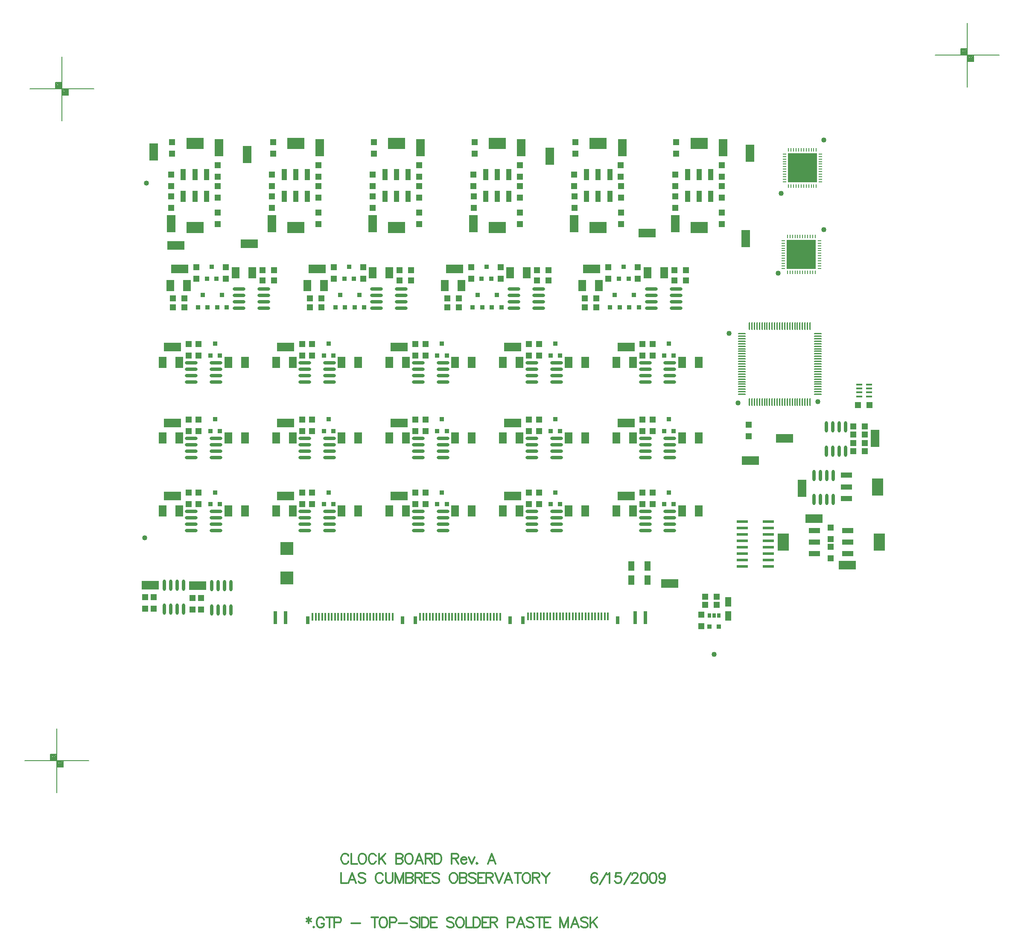
<source format=gtp>
%FSLAX23Y23*%
%MOIN*%
G70*
G01*
G75*
G04 Layer_Color=8421504*
%ADD10C,0.005*%
%ADD11C,0.040*%
%ADD12R,0.085X0.138*%
%ADD13R,0.085X0.043*%
%ADD14R,0.085X0.043*%
%ADD15R,0.060X0.086*%
%ADD16R,0.035X0.037*%
%ADD17R,0.035X0.037*%
%ADD18R,0.050X0.050*%
%ADD19O,0.098X0.028*%
%ADD20R,0.135X0.070*%
%ADD21R,0.228X0.228*%
%ADD22O,0.008X0.033*%
%ADD23O,0.033X0.008*%
%ADD24R,0.070X0.135*%
%ADD25R,0.138X0.085*%
%ADD26R,0.043X0.085*%
%ADD27R,0.043X0.085*%
%ADD28R,0.031X0.060*%
%ADD29R,0.014X0.060*%
%ADD30R,0.030X0.100*%
%ADD31R,0.050X0.050*%
%ADD32R,0.048X0.078*%
%ADD33R,0.100X0.100*%
%ADD34O,0.010X0.061*%
%ADD35O,0.061X0.010*%
%ADD36O,0.024X0.087*%
%ADD37R,0.045X0.017*%
%ADD38R,0.028X0.036*%
%ADD39R,0.036X0.036*%
%ADD40R,0.087X0.024*%
%ADD41C,0.020*%
%ADD42C,0.010*%
%ADD43C,0.012*%
%ADD44R,1.181X0.787*%
%ADD45C,0.008*%
%ADD46C,0.012*%
%ADD47C,0.012*%
%ADD48C,0.236*%
%ADD49C,0.050*%
%ADD50C,0.020*%
%ADD51C,0.026*%
%ADD52R,0.059X0.059*%
%ADD53C,0.059*%
%ADD54C,0.024*%
%ADD55C,0.040*%
%ADD56C,0.030*%
%ADD57C,0.033*%
%ADD58C,0.055*%
G04:AMPARAMS|DCode=59|XSize=70mil|YSize=70mil|CornerRadius=0mil|HoleSize=0mil|Usage=FLASHONLY|Rotation=0.000|XOffset=0mil|YOffset=0mil|HoleType=Round|Shape=Relief|Width=10mil|Gap=10mil|Entries=4|*
%AMTHD59*
7,0,0,0.070,0.050,0.010,45*
%
%ADD59THD59*%
%ADD60C,0.007*%
%ADD61C,0.045*%
G04:AMPARAMS|DCode=62|XSize=95.433mil|YSize=95.433mil|CornerRadius=0mil|HoleSize=0mil|Usage=FLASHONLY|Rotation=0.000|XOffset=0mil|YOffset=0mil|HoleType=Round|Shape=Relief|Width=10mil|Gap=10mil|Entries=4|*
%AMTHD62*
7,0,0,0.095,0.075,0.010,45*
%
%ADD62THD62*%
%ADD63R,0.094X0.102*%
%ADD64O,0.087X0.024*%
%ADD65R,0.078X0.048*%
%ADD66O,0.028X0.098*%
%ADD67R,0.075X0.063*%
%ADD68R,1.181X0.787*%
%ADD69C,0.010*%
%ADD70C,0.010*%
%ADD71C,0.024*%
%ADD72C,0.008*%
%ADD73C,0.006*%
%ADD74R,0.240X0.165*%
%ADD75R,0.020X0.082*%
D11*
X15366Y13595D02*
D03*
X15698Y14009D02*
D03*
X15343Y12972D02*
D03*
X15700Y13310D02*
D03*
X14960Y12502D02*
D03*
X15028Y11956D02*
D03*
X15653Y11968D02*
D03*
X14842Y9993D02*
D03*
X10394Y10905D02*
D03*
X10408Y13675D02*
D03*
D12*
X15381Y10869D02*
D03*
X16120Y11302D02*
D03*
X16131Y10869D02*
D03*
D13*
X15626Y10960D02*
D03*
Y10779D02*
D03*
X15876Y11393D02*
D03*
Y11212D02*
D03*
X15886Y10960D02*
D03*
Y10779D02*
D03*
D14*
X15626Y10869D02*
D03*
X15876Y11302D02*
D03*
X15886Y10869D02*
D03*
D15*
X13323Y11113D02*
D03*
X13193D02*
D03*
X13705D02*
D03*
X13835D02*
D03*
X12437D02*
D03*
X12307D02*
D03*
X12819D02*
D03*
X12949D02*
D03*
X12437Y11684D02*
D03*
X12307D02*
D03*
X12819D02*
D03*
X12949D02*
D03*
X11552Y11684D02*
D03*
X11422D02*
D03*
X11933D02*
D03*
X12063D02*
D03*
X14209Y11113D02*
D03*
X14079D02*
D03*
X14591D02*
D03*
X14721D02*
D03*
X11552Y11113D02*
D03*
X11422D02*
D03*
X11933D02*
D03*
X12063D02*
D03*
X10666D02*
D03*
X10536D02*
D03*
X11048D02*
D03*
X11178D02*
D03*
X14209Y11684D02*
D03*
X14079D02*
D03*
X14591D02*
D03*
X14721D02*
D03*
X13323D02*
D03*
X13193D02*
D03*
X13705D02*
D03*
X13835D02*
D03*
X10666D02*
D03*
X10536D02*
D03*
X11048D02*
D03*
X11178D02*
D03*
X10594Y12873D02*
D03*
X10724D02*
D03*
X11104Y12973D02*
D03*
X11234D02*
D03*
X11178Y12275D02*
D03*
X11048D02*
D03*
X10536D02*
D03*
X10666D02*
D03*
X12949D02*
D03*
X12819D02*
D03*
X12307D02*
D03*
X12437D02*
D03*
X13835D02*
D03*
X13705D02*
D03*
X13193D02*
D03*
X13323D02*
D03*
X12739Y12873D02*
D03*
X12869D02*
D03*
X13249Y12973D02*
D03*
X13379D02*
D03*
X13812Y12873D02*
D03*
X13942D02*
D03*
X14322Y12973D02*
D03*
X14452D02*
D03*
X12063Y12275D02*
D03*
X11933D02*
D03*
X11422D02*
D03*
X11552D02*
D03*
X14721D02*
D03*
X14591D02*
D03*
X14079D02*
D03*
X14209D02*
D03*
X12307Y12973D02*
D03*
X12177D02*
D03*
X11797Y12873D02*
D03*
X11667D02*
D03*
D16*
X13603Y11258D02*
D03*
X13565Y11166D02*
D03*
X12717Y11258D02*
D03*
X12680Y11166D02*
D03*
X12717Y11829D02*
D03*
X12680Y11737D02*
D03*
X11831Y11829D02*
D03*
X11794Y11737D02*
D03*
X14489Y11258D02*
D03*
X14451Y11166D02*
D03*
X11831Y11258D02*
D03*
X11794Y11166D02*
D03*
X10945Y11258D02*
D03*
X10908Y11166D02*
D03*
X14489Y11829D02*
D03*
X14451Y11737D02*
D03*
X13603Y11829D02*
D03*
X13565Y11737D02*
D03*
X10945Y11829D02*
D03*
X10908Y11737D02*
D03*
X10999Y12802D02*
D03*
X10961Y12704D02*
D03*
X10849Y12802D02*
D03*
X10811Y12704D02*
D03*
X10881Y12927D02*
D03*
X10919Y13019D02*
D03*
X12072Y12802D02*
D03*
X12034Y12704D02*
D03*
X11922Y12802D02*
D03*
X11884Y12704D02*
D03*
X11954Y12927D02*
D03*
X11992Y13019D02*
D03*
X10908Y12327D02*
D03*
X10945Y12420D02*
D03*
X12680Y12327D02*
D03*
X12717Y12420D02*
D03*
X13565Y12327D02*
D03*
X13603Y12420D02*
D03*
X13144Y12802D02*
D03*
X13107Y12704D02*
D03*
X12994Y12802D02*
D03*
X12957Y12704D02*
D03*
X13027Y12927D02*
D03*
X13064Y13019D02*
D03*
X14217Y12802D02*
D03*
X14180Y12704D02*
D03*
X14067Y12802D02*
D03*
X14030Y12704D02*
D03*
X14100Y12927D02*
D03*
X14137Y13019D02*
D03*
X11794Y12327D02*
D03*
X11831Y12420D02*
D03*
X14451Y12327D02*
D03*
X14489Y12420D02*
D03*
D17*
X13640Y11166D02*
D03*
X12754D02*
D03*
X12754Y11737D02*
D03*
X11869Y11737D02*
D03*
X14526Y11166D02*
D03*
X11869D02*
D03*
X10983D02*
D03*
X14526Y11737D02*
D03*
X13640D02*
D03*
X10983D02*
D03*
X11036Y12704D02*
D03*
X10886D02*
D03*
X10956Y12927D02*
D03*
X12109Y12704D02*
D03*
X11959D02*
D03*
X12029Y12927D02*
D03*
X10983Y12327D02*
D03*
X12754D02*
D03*
X13640D02*
D03*
X13182Y12704D02*
D03*
X13032D02*
D03*
X13102Y12927D02*
D03*
X14255Y12704D02*
D03*
X14105D02*
D03*
X14175Y12927D02*
D03*
X11869Y12327D02*
D03*
X14526D02*
D03*
D18*
X13396Y11167D02*
D03*
Y11257D02*
D03*
X13475Y11167D02*
D03*
Y11257D02*
D03*
X12510Y11167D02*
D03*
Y11257D02*
D03*
X12589Y11167D02*
D03*
Y11257D02*
D03*
X12510Y11738D02*
D03*
Y11828D02*
D03*
X12589Y11738D02*
D03*
Y11828D02*
D03*
X11624Y11738D02*
D03*
Y11828D02*
D03*
X11703Y11738D02*
D03*
Y11828D02*
D03*
X14282Y11167D02*
D03*
Y11257D02*
D03*
X14361Y11167D02*
D03*
Y11257D02*
D03*
X11624Y11167D02*
D03*
Y11257D02*
D03*
X11703Y11167D02*
D03*
Y11257D02*
D03*
X10739Y11167D02*
D03*
Y11257D02*
D03*
X10817Y11167D02*
D03*
Y11257D02*
D03*
X14282Y11738D02*
D03*
Y11828D02*
D03*
X14361Y11738D02*
D03*
Y11828D02*
D03*
X13396Y11738D02*
D03*
Y11828D02*
D03*
X13475Y11738D02*
D03*
Y11828D02*
D03*
X10739Y11738D02*
D03*
Y11828D02*
D03*
X10817Y11738D02*
D03*
Y11828D02*
D03*
X10400Y10350D02*
D03*
Y10440D02*
D03*
X10465D02*
D03*
Y10350D02*
D03*
X10770Y10345D02*
D03*
Y10435D02*
D03*
X10835Y10435D02*
D03*
Y10345D02*
D03*
X15753Y10894D02*
D03*
Y10984D02*
D03*
Y10744D02*
D03*
Y10834D02*
D03*
X14741Y10215D02*
D03*
Y10305D02*
D03*
X15112Y11787D02*
D03*
Y11697D02*
D03*
X11029Y13018D02*
D03*
Y12928D02*
D03*
X10799Y13018D02*
D03*
Y12928D02*
D03*
X12102Y13018D02*
D03*
Y12928D02*
D03*
X11872Y13018D02*
D03*
Y12928D02*
D03*
X10817Y12418D02*
D03*
Y12328D02*
D03*
X10739Y12418D02*
D03*
Y12328D02*
D03*
X10965Y13354D02*
D03*
Y13444D02*
D03*
X10602Y13572D02*
D03*
Y13482D02*
D03*
X10965Y13650D02*
D03*
Y13560D02*
D03*
X10964Y13725D02*
D03*
Y13815D02*
D03*
X10601Y13739D02*
D03*
Y13649D02*
D03*
X10610Y13905D02*
D03*
Y13995D02*
D03*
X11752Y13354D02*
D03*
Y13444D02*
D03*
X11389Y13572D02*
D03*
Y13482D02*
D03*
X11752Y13650D02*
D03*
Y13560D02*
D03*
X11751Y13725D02*
D03*
Y13815D02*
D03*
X11388Y13739D02*
D03*
Y13649D02*
D03*
X11398Y13905D02*
D03*
Y13995D02*
D03*
X12540Y13354D02*
D03*
Y13444D02*
D03*
X12177Y13572D02*
D03*
Y13482D02*
D03*
X12540Y13650D02*
D03*
Y13560D02*
D03*
X12539Y13725D02*
D03*
Y13815D02*
D03*
X12175Y13739D02*
D03*
Y13649D02*
D03*
X12185Y13905D02*
D03*
Y13995D02*
D03*
X13327Y13354D02*
D03*
Y13444D02*
D03*
X12964Y13572D02*
D03*
Y13482D02*
D03*
X13327Y13650D02*
D03*
Y13560D02*
D03*
X13326Y13725D02*
D03*
Y13815D02*
D03*
X12963Y13739D02*
D03*
Y13649D02*
D03*
X12973Y13905D02*
D03*
Y13995D02*
D03*
X14114Y13354D02*
D03*
Y13444D02*
D03*
X13752Y13572D02*
D03*
Y13482D02*
D03*
X14114Y13650D02*
D03*
Y13560D02*
D03*
X14113Y13725D02*
D03*
Y13815D02*
D03*
X13750Y13739D02*
D03*
Y13649D02*
D03*
X13760Y13905D02*
D03*
Y13995D02*
D03*
X14902Y13650D02*
D03*
Y13560D02*
D03*
X14901Y13725D02*
D03*
Y13815D02*
D03*
X14538Y13739D02*
D03*
Y13649D02*
D03*
X14547Y13905D02*
D03*
Y13995D02*
D03*
X12589Y12418D02*
D03*
Y12328D02*
D03*
X12510Y12418D02*
D03*
Y12328D02*
D03*
X13475Y12418D02*
D03*
Y12328D02*
D03*
X13396Y12418D02*
D03*
Y12328D02*
D03*
X13174Y13018D02*
D03*
Y12928D02*
D03*
X12944Y13018D02*
D03*
Y12928D02*
D03*
X14247Y13018D02*
D03*
Y12928D02*
D03*
X14017Y13018D02*
D03*
Y12928D02*
D03*
X14902Y13444D02*
D03*
Y13354D02*
D03*
X14539Y13482D02*
D03*
Y13572D02*
D03*
X11703Y12418D02*
D03*
Y12328D02*
D03*
X11624Y12418D02*
D03*
Y12328D02*
D03*
X14361Y12418D02*
D03*
Y12328D02*
D03*
X14282Y12418D02*
D03*
Y12328D02*
D03*
D19*
X13611Y10960D02*
D03*
Y11010D02*
D03*
Y11060D02*
D03*
Y11110D02*
D03*
X13418Y10960D02*
D03*
Y11010D02*
D03*
Y11060D02*
D03*
Y11110D02*
D03*
X12725Y10960D02*
D03*
Y11010D02*
D03*
Y11060D02*
D03*
Y11110D02*
D03*
X12532Y10960D02*
D03*
Y11010D02*
D03*
Y11060D02*
D03*
Y11110D02*
D03*
X12725Y11531D02*
D03*
Y11581D02*
D03*
Y11631D02*
D03*
Y11681D02*
D03*
X12532Y11531D02*
D03*
Y11581D02*
D03*
Y11631D02*
D03*
Y11681D02*
D03*
X11839Y11531D02*
D03*
Y11581D02*
D03*
Y11631D02*
D03*
Y11681D02*
D03*
X11646Y11531D02*
D03*
Y11581D02*
D03*
Y11631D02*
D03*
Y11681D02*
D03*
X14496Y10960D02*
D03*
Y11010D02*
D03*
Y11060D02*
D03*
Y11110D02*
D03*
X14304Y10960D02*
D03*
Y11010D02*
D03*
Y11060D02*
D03*
Y11110D02*
D03*
X11839Y10960D02*
D03*
Y11010D02*
D03*
Y11060D02*
D03*
Y11110D02*
D03*
X11646Y10960D02*
D03*
Y11010D02*
D03*
Y11060D02*
D03*
Y11110D02*
D03*
X10953Y10960D02*
D03*
Y11010D02*
D03*
Y11060D02*
D03*
Y11110D02*
D03*
X10760Y10960D02*
D03*
Y11010D02*
D03*
Y11060D02*
D03*
Y11110D02*
D03*
X14496Y11531D02*
D03*
Y11581D02*
D03*
Y11631D02*
D03*
Y11681D02*
D03*
X14304Y11531D02*
D03*
Y11581D02*
D03*
Y11631D02*
D03*
Y11681D02*
D03*
X13611Y11531D02*
D03*
Y11581D02*
D03*
Y11631D02*
D03*
Y11681D02*
D03*
X13418Y11531D02*
D03*
Y11581D02*
D03*
Y11631D02*
D03*
Y11681D02*
D03*
X10953Y11531D02*
D03*
Y11581D02*
D03*
Y11631D02*
D03*
Y11681D02*
D03*
X10760Y11531D02*
D03*
Y11581D02*
D03*
Y11631D02*
D03*
Y11681D02*
D03*
X11132Y12848D02*
D03*
Y12798D02*
D03*
Y12748D02*
D03*
Y12698D02*
D03*
X11325Y12848D02*
D03*
Y12798D02*
D03*
Y12748D02*
D03*
Y12698D02*
D03*
X12205Y12848D02*
D03*
Y12798D02*
D03*
Y12748D02*
D03*
Y12698D02*
D03*
X12398Y12848D02*
D03*
Y12798D02*
D03*
Y12748D02*
D03*
Y12698D02*
D03*
X10760Y12271D02*
D03*
Y12221D02*
D03*
Y12171D02*
D03*
Y12121D02*
D03*
X10953Y12271D02*
D03*
Y12221D02*
D03*
Y12171D02*
D03*
Y12121D02*
D03*
X12532Y12271D02*
D03*
Y12221D02*
D03*
Y12171D02*
D03*
Y12121D02*
D03*
X12725Y12271D02*
D03*
Y12221D02*
D03*
Y12171D02*
D03*
Y12121D02*
D03*
X13418Y12271D02*
D03*
Y12221D02*
D03*
Y12171D02*
D03*
Y12121D02*
D03*
X13611Y12271D02*
D03*
Y12221D02*
D03*
Y12171D02*
D03*
Y12121D02*
D03*
X13278Y12848D02*
D03*
Y12798D02*
D03*
Y12748D02*
D03*
Y12698D02*
D03*
X13471Y12848D02*
D03*
Y12798D02*
D03*
Y12748D02*
D03*
Y12698D02*
D03*
X14351Y12848D02*
D03*
Y12798D02*
D03*
Y12748D02*
D03*
Y12698D02*
D03*
X14544Y12848D02*
D03*
Y12798D02*
D03*
Y12748D02*
D03*
Y12698D02*
D03*
X11646Y12271D02*
D03*
Y12221D02*
D03*
Y12171D02*
D03*
Y12121D02*
D03*
X11839Y12271D02*
D03*
Y12221D02*
D03*
Y12171D02*
D03*
Y12121D02*
D03*
X14304Y12271D02*
D03*
Y12221D02*
D03*
Y12171D02*
D03*
Y12121D02*
D03*
X14496Y12271D02*
D03*
Y12221D02*
D03*
Y12171D02*
D03*
Y12121D02*
D03*
D20*
X13268Y11232D02*
D03*
X12382D02*
D03*
Y11802D02*
D03*
X11496Y11802D02*
D03*
X14154Y11232D02*
D03*
X11496D02*
D03*
X10611D02*
D03*
X14154Y11802D02*
D03*
X13268D02*
D03*
X10611D02*
D03*
X13887Y13003D02*
D03*
X12814D02*
D03*
X13268Y12393D02*
D03*
X12382D02*
D03*
X10611D02*
D03*
X11742Y13003D02*
D03*
X10669D02*
D03*
X15623Y11054D02*
D03*
X15883Y10689D02*
D03*
X10440Y10535D02*
D03*
X10810Y10530D02*
D03*
X11496Y12393D02*
D03*
X14154D02*
D03*
X10640Y13188D02*
D03*
X14318Y13283D02*
D03*
X15127Y11506D02*
D03*
X15392Y11681D02*
D03*
X14495Y10547D02*
D03*
X11213Y13201D02*
D03*
D21*
X15532Y13793D02*
D03*
X15523Y13116D02*
D03*
D22*
X15423Y13934D02*
D03*
X15443D02*
D03*
X15463D02*
D03*
X15483D02*
D03*
X15502D02*
D03*
X15522D02*
D03*
X15542D02*
D03*
X15561D02*
D03*
X15581D02*
D03*
X15601D02*
D03*
X15620D02*
D03*
X15640D02*
D03*
Y13652D02*
D03*
X15620D02*
D03*
X15581D02*
D03*
X15561D02*
D03*
X15542D02*
D03*
X15522D02*
D03*
X15502D02*
D03*
X15483D02*
D03*
X15463D02*
D03*
X15443D02*
D03*
X15423D02*
D03*
X15414Y13257D02*
D03*
X15434D02*
D03*
X15454D02*
D03*
X15474D02*
D03*
X15493D02*
D03*
X15513D02*
D03*
X15533D02*
D03*
X15552D02*
D03*
X15572D02*
D03*
X15592D02*
D03*
X15611D02*
D03*
X15631D02*
D03*
Y12976D02*
D03*
X15611D02*
D03*
X15592D02*
D03*
X15572D02*
D03*
X15552D02*
D03*
X15533D02*
D03*
X15513D02*
D03*
X15493D02*
D03*
X15474D02*
D03*
X15454D02*
D03*
X15434D02*
D03*
X15414D02*
D03*
X15601Y13652D02*
D03*
D23*
X15673Y13901D02*
D03*
Y13882D02*
D03*
Y13862D02*
D03*
Y13842D02*
D03*
Y13823D02*
D03*
Y13803D02*
D03*
Y13783D02*
D03*
Y13763D02*
D03*
Y13744D02*
D03*
Y13724D02*
D03*
Y13704D02*
D03*
Y13685D02*
D03*
X15391Y13704D02*
D03*
Y13724D02*
D03*
Y13744D02*
D03*
Y13763D02*
D03*
Y13783D02*
D03*
Y13803D02*
D03*
Y13823D02*
D03*
Y13842D02*
D03*
Y13862D02*
D03*
Y13882D02*
D03*
Y13901D02*
D03*
X15664Y13225D02*
D03*
Y13205D02*
D03*
Y13185D02*
D03*
Y13165D02*
D03*
Y13146D02*
D03*
Y13126D02*
D03*
Y13106D02*
D03*
Y13087D02*
D03*
Y13067D02*
D03*
Y13047D02*
D03*
Y13028D02*
D03*
Y13008D02*
D03*
X15382D02*
D03*
Y13028D02*
D03*
Y13047D02*
D03*
Y13067D02*
D03*
Y13087D02*
D03*
Y13106D02*
D03*
Y13126D02*
D03*
Y13146D02*
D03*
Y13165D02*
D03*
Y13185D02*
D03*
Y13205D02*
D03*
Y13225D02*
D03*
X15391Y13685D02*
D03*
D24*
X13337Y13950D02*
D03*
X11762D02*
D03*
X10975D02*
D03*
X12549D02*
D03*
X14124D02*
D03*
X14912D02*
D03*
X14538Y13358D02*
D03*
X13750D02*
D03*
X12963D02*
D03*
X12175D02*
D03*
X11388D02*
D03*
X10601D02*
D03*
X16100Y11680D02*
D03*
X15528Y11292D02*
D03*
X15090Y13240D02*
D03*
X11197Y13896D02*
D03*
X13558Y13885D02*
D03*
X15122Y13907D02*
D03*
X10465Y13918D02*
D03*
D25*
X14725Y13983D02*
D03*
X10788Y13326D02*
D03*
Y13983D02*
D03*
X11575Y13326D02*
D03*
Y13983D02*
D03*
X12362Y13326D02*
D03*
Y13983D02*
D03*
X13150Y13326D02*
D03*
Y13983D02*
D03*
X13937Y13326D02*
D03*
Y13983D02*
D03*
X14725Y13326D02*
D03*
D26*
X14815Y13739D02*
D03*
X14634D02*
D03*
X10878Y13570D02*
D03*
X10697D02*
D03*
Y13739D02*
D03*
X10878D02*
D03*
X11666Y13570D02*
D03*
X11484D02*
D03*
Y13739D02*
D03*
X11666D02*
D03*
X12453Y13570D02*
D03*
X12272D02*
D03*
Y13739D02*
D03*
X12453D02*
D03*
X13240Y13570D02*
D03*
X13059D02*
D03*
Y13739D02*
D03*
X13240D02*
D03*
X14028Y13570D02*
D03*
X13847D02*
D03*
Y13739D02*
D03*
X14028D02*
D03*
X14815Y13570D02*
D03*
X14634D02*
D03*
D27*
X14725Y13739D02*
D03*
X10788Y13570D02*
D03*
Y13739D02*
D03*
X11575Y13570D02*
D03*
Y13739D02*
D03*
X12362Y13570D02*
D03*
Y13739D02*
D03*
X13150Y13570D02*
D03*
Y13739D02*
D03*
X13937Y13570D02*
D03*
Y13739D02*
D03*
X14725Y13570D02*
D03*
D28*
X11670Y10261D02*
D03*
X12410D02*
D03*
X12510D02*
D03*
X13250D02*
D03*
X13350D02*
D03*
X14090D02*
D03*
D29*
X14013Y10289D02*
D03*
X13988D02*
D03*
X13963D02*
D03*
X13938D02*
D03*
X13913D02*
D03*
X13888D02*
D03*
X13863D02*
D03*
X13838D02*
D03*
X13813D02*
D03*
X13788D02*
D03*
X13763D02*
D03*
X13738D02*
D03*
X13713D02*
D03*
X13688D02*
D03*
X13663D02*
D03*
X13638D02*
D03*
X13613D02*
D03*
X13588D02*
D03*
X13563D02*
D03*
X13538D02*
D03*
X13513D02*
D03*
X13488D02*
D03*
X13463D02*
D03*
X13438D02*
D03*
X13413D02*
D03*
X13388D02*
D03*
X13172Y10288D02*
D03*
X13147D02*
D03*
X13122D02*
D03*
X13097D02*
D03*
X13072D02*
D03*
X13047D02*
D03*
X13022D02*
D03*
X12997D02*
D03*
X12972D02*
D03*
X12947D02*
D03*
X12922D02*
D03*
X12897D02*
D03*
X12872D02*
D03*
X12847D02*
D03*
X12822D02*
D03*
X12797D02*
D03*
X12772D02*
D03*
X12747D02*
D03*
X12722D02*
D03*
X12697D02*
D03*
X12672D02*
D03*
X12647D02*
D03*
X12622D02*
D03*
X12597D02*
D03*
X12572D02*
D03*
X12547D02*
D03*
X12332D02*
D03*
X12307D02*
D03*
X12282D02*
D03*
X12257D02*
D03*
X12232D02*
D03*
X12207D02*
D03*
X12182D02*
D03*
X12157D02*
D03*
X12132D02*
D03*
X12107D02*
D03*
X12082D02*
D03*
X12057D02*
D03*
X12032D02*
D03*
X12007D02*
D03*
X11982D02*
D03*
X11957D02*
D03*
X11932D02*
D03*
X11907D02*
D03*
X11882D02*
D03*
X11857D02*
D03*
X11832D02*
D03*
X11807D02*
D03*
X11782D02*
D03*
X11757D02*
D03*
X11732D02*
D03*
X11707D02*
D03*
D30*
X11416Y10279D02*
D03*
X11495D02*
D03*
X14226Y10279D02*
D03*
X14305D02*
D03*
D31*
X16020Y11775D02*
D03*
X15930D02*
D03*
X15930Y11580D02*
D03*
X16020D02*
D03*
X16020Y11645D02*
D03*
X15930D02*
D03*
X16020Y11710D02*
D03*
X15930D02*
D03*
X16055Y11942D02*
D03*
X15965D02*
D03*
X11314Y12913D02*
D03*
X11404D02*
D03*
X10704Y12773D02*
D03*
X10614D02*
D03*
X11404Y12993D02*
D03*
X11314D02*
D03*
X10614Y12703D02*
D03*
X10704D02*
D03*
X12387Y12913D02*
D03*
X12477D02*
D03*
X11777Y12773D02*
D03*
X11687D02*
D03*
X13459Y12913D02*
D03*
X13549D02*
D03*
X12849Y12773D02*
D03*
X12759D02*
D03*
X13549Y12993D02*
D03*
X13459D02*
D03*
X12759Y12703D02*
D03*
X12849D02*
D03*
X14532Y12913D02*
D03*
X14622D02*
D03*
X13922Y12773D02*
D03*
X13832D02*
D03*
X14622Y12993D02*
D03*
X14532D02*
D03*
X13832Y12703D02*
D03*
X13922D02*
D03*
X11777D02*
D03*
X11687D02*
D03*
X12387Y12993D02*
D03*
X12477D02*
D03*
X14861Y10445D02*
D03*
X14771D02*
D03*
X14861Y10380D02*
D03*
X14771D02*
D03*
D32*
X14951Y10405D02*
D03*
Y10295D02*
D03*
X14322Y10574D02*
D03*
Y10684D02*
D03*
X14194Y10574D02*
D03*
Y10684D02*
D03*
D33*
X11506Y10821D02*
D03*
Y10591D02*
D03*
D34*
X15119Y12556D02*
D03*
X15139D02*
D03*
X15159D02*
D03*
X15179D02*
D03*
X15198D02*
D03*
X15218D02*
D03*
X15238D02*
D03*
X15257D02*
D03*
X15277D02*
D03*
X15297D02*
D03*
X15316D02*
D03*
X15336D02*
D03*
X15356D02*
D03*
X15375D02*
D03*
X15395D02*
D03*
X15415D02*
D03*
X15434D02*
D03*
X15454D02*
D03*
X15474D02*
D03*
X15493D02*
D03*
X15513D02*
D03*
X15533D02*
D03*
X15553D02*
D03*
X15572D02*
D03*
X15592D02*
D03*
Y11964D02*
D03*
X15572D02*
D03*
X15553D02*
D03*
X15533D02*
D03*
X15513D02*
D03*
X15493D02*
D03*
X15474D02*
D03*
X15454D02*
D03*
X15434D02*
D03*
X15415D02*
D03*
X15395D02*
D03*
X15375D02*
D03*
X15356D02*
D03*
X15336D02*
D03*
X15316D02*
D03*
X15297D02*
D03*
X15277D02*
D03*
X15257D02*
D03*
X15238D02*
D03*
X15218D02*
D03*
X15198D02*
D03*
X15179D02*
D03*
X15159D02*
D03*
X15139D02*
D03*
X15119D02*
D03*
D35*
X15652Y12496D02*
D03*
Y12477D02*
D03*
Y12457D02*
D03*
Y12437D02*
D03*
Y12418D02*
D03*
Y12398D02*
D03*
Y12378D02*
D03*
Y12359D02*
D03*
Y12339D02*
D03*
Y12319D02*
D03*
Y12300D02*
D03*
Y12280D02*
D03*
Y12260D02*
D03*
Y12240D02*
D03*
Y12221D02*
D03*
Y12201D02*
D03*
Y12181D02*
D03*
Y12162D02*
D03*
Y12142D02*
D03*
Y12122D02*
D03*
Y12103D02*
D03*
Y12083D02*
D03*
Y12063D02*
D03*
Y12044D02*
D03*
Y12024D02*
D03*
X15059D02*
D03*
Y12044D02*
D03*
Y12063D02*
D03*
Y12083D02*
D03*
Y12103D02*
D03*
Y12122D02*
D03*
Y12142D02*
D03*
Y12162D02*
D03*
Y12181D02*
D03*
Y12201D02*
D03*
Y12221D02*
D03*
Y12240D02*
D03*
Y12260D02*
D03*
Y12280D02*
D03*
Y12300D02*
D03*
Y12319D02*
D03*
Y12339D02*
D03*
Y12359D02*
D03*
Y12378D02*
D03*
Y12398D02*
D03*
Y12418D02*
D03*
Y12437D02*
D03*
Y12457D02*
D03*
Y12477D02*
D03*
Y12496D02*
D03*
D36*
X10920Y10341D02*
D03*
X10970D02*
D03*
X11020D02*
D03*
X11070D02*
D03*
X10920Y10530D02*
D03*
X10970D02*
D03*
X11020D02*
D03*
X11070D02*
D03*
X15720Y11580D02*
D03*
X15770D02*
D03*
X15820D02*
D03*
X15870D02*
D03*
X15720Y11769D02*
D03*
X15770D02*
D03*
X15820D02*
D03*
X15870D02*
D03*
X15623Y11203D02*
D03*
X15673D02*
D03*
X15723D02*
D03*
X15773D02*
D03*
X15623Y11392D02*
D03*
X15673D02*
D03*
X15723D02*
D03*
X15773D02*
D03*
X10550Y10346D02*
D03*
X10600D02*
D03*
X10650D02*
D03*
X10700D02*
D03*
X10550Y10535D02*
D03*
X10600D02*
D03*
X10650D02*
D03*
X10700D02*
D03*
D37*
X16051Y12102D02*
D03*
Y12071D02*
D03*
Y12039D02*
D03*
Y12008D02*
D03*
X15974D02*
D03*
Y12039D02*
D03*
Y12071D02*
D03*
Y12102D02*
D03*
D38*
X14878Y10298D02*
D03*
X14804D02*
D03*
X14841D02*
D03*
D39*
X14878Y10212D02*
D03*
X14804D02*
D03*
D40*
X15267Y10680D02*
D03*
Y10730D02*
D03*
Y10780D02*
D03*
Y10830D02*
D03*
Y10880D02*
D03*
Y10930D02*
D03*
Y10980D02*
D03*
Y11030D02*
D03*
X15062Y10680D02*
D03*
Y10730D02*
D03*
Y10780D02*
D03*
Y10830D02*
D03*
Y10880D02*
D03*
Y10930D02*
D03*
Y10980D02*
D03*
Y11030D02*
D03*
D45*
X9498Y14412D02*
X9998D01*
X9748Y14162D02*
Y14662D01*
X9698Y14412D02*
Y14462D01*
X9748D01*
X9798Y14362D02*
Y14412D01*
X9748Y14362D02*
X9798D01*
X9753Y14407D02*
X9793D01*
Y14367D02*
Y14407D01*
X9753Y14367D02*
X9793D01*
X9753D02*
Y14407D01*
X9758Y14402D02*
X9788D01*
Y14372D02*
Y14402D01*
X9758Y14372D02*
X9788D01*
X9758D02*
Y14397D01*
X9763D02*
X9783D01*
Y14377D02*
Y14397D01*
X9763Y14377D02*
X9783D01*
X9763D02*
Y14392D01*
X9768D02*
X9778D01*
Y14382D02*
Y14392D01*
X9768Y14382D02*
X9778D01*
X9768D02*
Y14392D01*
Y14387D02*
X9778D01*
X9703Y14457D02*
X9743D01*
Y14417D02*
Y14457D01*
X9703Y14417D02*
X9743D01*
X9703D02*
Y14457D01*
X9708Y14452D02*
X9738D01*
Y14422D02*
Y14452D01*
X9708Y14422D02*
X9738D01*
X9708D02*
Y14447D01*
X9713D02*
X9733D01*
Y14427D02*
Y14447D01*
X9713Y14427D02*
X9733D01*
X9713D02*
Y14442D01*
X9718D02*
X9728D01*
Y14432D02*
Y14442D01*
X9718Y14432D02*
X9728D01*
X9718D02*
Y14442D01*
Y14437D02*
X9728D01*
X9680Y9190D02*
X9690D01*
X9680Y9185D02*
Y9195D01*
Y9185D02*
X9690D01*
Y9195D01*
X9680D02*
X9690D01*
X9675Y9180D02*
Y9195D01*
Y9180D02*
X9695D01*
Y9200D01*
X9675D02*
X9695D01*
X9670Y9175D02*
Y9200D01*
Y9175D02*
X9700D01*
Y9205D01*
X9670D02*
X9700D01*
X9665Y9170D02*
Y9210D01*
Y9170D02*
X9705D01*
Y9210D01*
X9665D02*
X9705D01*
X9730Y9140D02*
X9740D01*
X9730Y9135D02*
Y9145D01*
Y9135D02*
X9740D01*
Y9145D01*
X9730D02*
X9740D01*
X9725Y9130D02*
Y9145D01*
Y9130D02*
X9745D01*
Y9150D01*
X9725D02*
X9745D01*
X9720Y9125D02*
Y9150D01*
Y9125D02*
X9750D01*
Y9155D01*
X9720D02*
X9750D01*
X9715Y9120D02*
Y9160D01*
Y9120D02*
X9755D01*
Y9160D01*
X9715D02*
X9755D01*
X9710Y9115D02*
X9760D01*
Y9165D01*
X9660Y9215D02*
X9710D01*
X9660Y9165D02*
Y9215D01*
X9710Y8915D02*
Y9415D01*
X9460Y9165D02*
X9960D01*
X16790Y14700D02*
X16800D01*
X16790Y14695D02*
Y14705D01*
Y14695D02*
X16800D01*
Y14705D01*
X16790D02*
X16800D01*
X16785Y14690D02*
Y14705D01*
Y14690D02*
X16805D01*
Y14710D01*
X16785D02*
X16805D01*
X16780Y14685D02*
Y14710D01*
Y14685D02*
X16810D01*
Y14715D01*
X16780D02*
X16810D01*
X16775Y14680D02*
Y14720D01*
Y14680D02*
X16815D01*
Y14720D01*
X16775D02*
X16815D01*
X16840Y14650D02*
X16850D01*
X16840Y14645D02*
Y14655D01*
Y14645D02*
X16850D01*
Y14655D01*
X16840D02*
X16850D01*
X16835Y14640D02*
Y14655D01*
Y14640D02*
X16855D01*
Y14660D01*
X16835D02*
X16855D01*
X16830Y14635D02*
Y14660D01*
Y14635D02*
X16860D01*
Y14665D01*
X16830D02*
X16860D01*
X16825Y14630D02*
Y14670D01*
Y14630D02*
X16865D01*
Y14670D01*
X16825D02*
X16865D01*
X16820Y14625D02*
X16870D01*
Y14675D01*
X16770Y14725D02*
X16820D01*
X16770Y14675D02*
Y14725D01*
X16820Y14425D02*
Y14925D01*
X16570Y14675D02*
X17070D01*
D46*
X11677Y7940D02*
Y7895D01*
X11658Y7929D02*
X11696Y7906D01*
Y7929D02*
X11658Y7906D01*
X11717Y7868D02*
X11713Y7864D01*
X11717Y7860D01*
X11720Y7864D01*
X11717Y7868D01*
X11795Y7921D02*
X11791Y7929D01*
X11784Y7937D01*
X11776Y7940D01*
X11761D01*
X11753Y7937D01*
X11745Y7929D01*
X11742Y7921D01*
X11738Y7910D01*
Y7891D01*
X11742Y7880D01*
X11745Y7872D01*
X11753Y7864D01*
X11761Y7860D01*
X11776D01*
X11784Y7864D01*
X11791Y7872D01*
X11795Y7880D01*
Y7891D01*
X11776D02*
X11795D01*
X11840Y7940D02*
Y7860D01*
X11813Y7940D02*
X11867D01*
X11876Y7899D02*
X11910D01*
X11922Y7902D01*
X11926Y7906D01*
X11929Y7914D01*
Y7925D01*
X11926Y7933D01*
X11922Y7937D01*
X11910Y7940D01*
X11876D01*
Y7860D01*
X12010Y7895D02*
X12079D01*
X12192Y7940D02*
Y7860D01*
X12165Y7940D02*
X12219D01*
X12251D02*
X12243Y7937D01*
X12236Y7929D01*
X12232Y7921D01*
X12228Y7910D01*
Y7891D01*
X12232Y7880D01*
X12236Y7872D01*
X12243Y7864D01*
X12251Y7860D01*
X12266D01*
X12274Y7864D01*
X12281Y7872D01*
X12285Y7880D01*
X12289Y7891D01*
Y7910D01*
X12285Y7921D01*
X12281Y7929D01*
X12274Y7937D01*
X12266Y7940D01*
X12251D01*
X12308Y7899D02*
X12342D01*
X12353Y7902D01*
X12357Y7906D01*
X12361Y7914D01*
Y7925D01*
X12357Y7933D01*
X12353Y7937D01*
X12342Y7940D01*
X12308D01*
Y7860D01*
X12379Y7895D02*
X12447D01*
X12524Y7929D02*
X12517Y7937D01*
X12505Y7940D01*
X12490D01*
X12479Y7937D01*
X12471Y7929D01*
Y7921D01*
X12475Y7914D01*
X12479Y7910D01*
X12486Y7906D01*
X12509Y7899D01*
X12517Y7895D01*
X12521Y7891D01*
X12524Y7883D01*
Y7872D01*
X12517Y7864D01*
X12505Y7860D01*
X12490D01*
X12479Y7864D01*
X12471Y7872D01*
X12542Y7940D02*
Y7860D01*
X12559Y7940D02*
Y7860D01*
Y7940D02*
X12586D01*
X12597Y7937D01*
X12605Y7929D01*
X12609Y7921D01*
X12612Y7910D01*
Y7891D01*
X12609Y7880D01*
X12605Y7872D01*
X12597Y7864D01*
X12586Y7860D01*
X12559D01*
X12680Y7940D02*
X12630D01*
Y7860D01*
X12680D01*
X12630Y7902D02*
X12661D01*
X12809Y7929D02*
X12802Y7937D01*
X12790Y7940D01*
X12775D01*
X12764Y7937D01*
X12756Y7929D01*
Y7921D01*
X12760Y7914D01*
X12764Y7910D01*
X12771Y7906D01*
X12794Y7899D01*
X12802Y7895D01*
X12805Y7891D01*
X12809Y7883D01*
Y7872D01*
X12802Y7864D01*
X12790Y7860D01*
X12775D01*
X12764Y7864D01*
X12756Y7872D01*
X12850Y7940D02*
X12842Y7937D01*
X12835Y7929D01*
X12831Y7921D01*
X12827Y7910D01*
Y7891D01*
X12831Y7880D01*
X12835Y7872D01*
X12842Y7864D01*
X12850Y7860D01*
X12865D01*
X12873Y7864D01*
X12880Y7872D01*
X12884Y7880D01*
X12888Y7891D01*
Y7910D01*
X12884Y7921D01*
X12880Y7929D01*
X12873Y7937D01*
X12865Y7940D01*
X12850D01*
X12907D02*
Y7860D01*
X12952D01*
X12961Y7940D02*
Y7860D01*
Y7940D02*
X12988D01*
X12999Y7937D01*
X13007Y7929D01*
X13011Y7921D01*
X13015Y7910D01*
Y7891D01*
X13011Y7880D01*
X13007Y7872D01*
X12999Y7864D01*
X12988Y7860D01*
X12961D01*
X13082Y7940D02*
X13032D01*
Y7860D01*
X13082D01*
X13032Y7902D02*
X13063D01*
X13095Y7940D02*
Y7860D01*
Y7940D02*
X13130D01*
X13141Y7937D01*
X13145Y7933D01*
X13149Y7925D01*
Y7918D01*
X13145Y7910D01*
X13141Y7906D01*
X13130Y7902D01*
X13095D01*
X13122D02*
X13149Y7860D01*
X13229Y7899D02*
X13264D01*
X13275Y7902D01*
X13279Y7906D01*
X13283Y7914D01*
Y7925D01*
X13279Y7933D01*
X13275Y7937D01*
X13264Y7940D01*
X13229D01*
Y7860D01*
X13362D02*
X13331Y7940D01*
X13301Y7860D01*
X13312Y7887D02*
X13350D01*
X13433Y7929D02*
X13426Y7937D01*
X13414Y7940D01*
X13399D01*
X13388Y7937D01*
X13380Y7929D01*
Y7921D01*
X13384Y7914D01*
X13388Y7910D01*
X13395Y7906D01*
X13418Y7899D01*
X13426Y7895D01*
X13430Y7891D01*
X13433Y7883D01*
Y7872D01*
X13426Y7864D01*
X13414Y7860D01*
X13399D01*
X13388Y7864D01*
X13380Y7872D01*
X13478Y7940D02*
Y7860D01*
X13451Y7940D02*
X13505D01*
X13564D02*
X13514D01*
Y7860D01*
X13564D01*
X13514Y7902D02*
X13545D01*
X13640Y7940D02*
Y7860D01*
Y7940D02*
X13670Y7860D01*
X13701Y7940D02*
X13670Y7860D01*
X13701Y7940D02*
Y7860D01*
X13785D02*
X13754Y7940D01*
X13724Y7860D01*
X13735Y7887D02*
X13773D01*
X13857Y7929D02*
X13849Y7937D01*
X13838Y7940D01*
X13822D01*
X13811Y7937D01*
X13803Y7929D01*
Y7921D01*
X13807Y7914D01*
X13811Y7910D01*
X13819Y7906D01*
X13841Y7899D01*
X13849Y7895D01*
X13853Y7891D01*
X13857Y7883D01*
Y7872D01*
X13849Y7864D01*
X13838Y7860D01*
X13822D01*
X13811Y7864D01*
X13803Y7872D01*
X13875Y7940D02*
Y7860D01*
X13928Y7940D02*
X13875Y7887D01*
X13894Y7906D02*
X13928Y7860D01*
X11987Y8419D02*
X11984Y8427D01*
X11976Y8434D01*
X11968Y8438D01*
X11953D01*
X11946Y8434D01*
X11938Y8427D01*
X11934Y8419D01*
X11930Y8408D01*
Y8389D01*
X11934Y8377D01*
X11938Y8370D01*
X11946Y8362D01*
X11953Y8358D01*
X11968D01*
X11976Y8362D01*
X11984Y8370D01*
X11987Y8377D01*
X12010Y8438D02*
Y8358D01*
X12056D01*
X12087Y8438D02*
X12080Y8434D01*
X12072Y8427D01*
X12068Y8419D01*
X12064Y8408D01*
Y8389D01*
X12068Y8377D01*
X12072Y8370D01*
X12080Y8362D01*
X12087Y8358D01*
X12102D01*
X12110Y8362D01*
X12118Y8370D01*
X12121Y8377D01*
X12125Y8389D01*
Y8408D01*
X12121Y8419D01*
X12118Y8427D01*
X12110Y8434D01*
X12102Y8438D01*
X12087D01*
X12201Y8419D02*
X12197Y8427D01*
X12190Y8434D01*
X12182Y8438D01*
X12167D01*
X12159Y8434D01*
X12152Y8427D01*
X12148Y8419D01*
X12144Y8408D01*
Y8389D01*
X12148Y8377D01*
X12152Y8370D01*
X12159Y8362D01*
X12167Y8358D01*
X12182D01*
X12190Y8362D01*
X12197Y8370D01*
X12201Y8377D01*
X12224Y8438D02*
Y8358D01*
X12277Y8438D02*
X12224Y8385D01*
X12243Y8404D02*
X12277Y8358D01*
X12358Y8438D02*
Y8358D01*
Y8438D02*
X12392D01*
X12403Y8434D01*
X12407Y8430D01*
X12411Y8423D01*
Y8415D01*
X12407Y8408D01*
X12403Y8404D01*
X12392Y8400D01*
X12358D02*
X12392D01*
X12403Y8396D01*
X12407Y8392D01*
X12411Y8385D01*
Y8373D01*
X12407Y8366D01*
X12403Y8362D01*
X12392Y8358D01*
X12358D01*
X12452Y8438D02*
X12444Y8434D01*
X12436Y8427D01*
X12433Y8419D01*
X12429Y8408D01*
Y8389D01*
X12433Y8377D01*
X12436Y8370D01*
X12444Y8362D01*
X12452Y8358D01*
X12467D01*
X12475Y8362D01*
X12482Y8370D01*
X12486Y8377D01*
X12490Y8389D01*
Y8408D01*
X12486Y8419D01*
X12482Y8427D01*
X12475Y8434D01*
X12467Y8438D01*
X12452D01*
X12569Y8358D02*
X12539Y8438D01*
X12508Y8358D01*
X12520Y8385D02*
X12558D01*
X12588Y8438D02*
Y8358D01*
Y8438D02*
X12622D01*
X12634Y8434D01*
X12638Y8430D01*
X12641Y8423D01*
Y8415D01*
X12638Y8408D01*
X12634Y8404D01*
X12622Y8400D01*
X12588D01*
X12615D02*
X12641Y8358D01*
X12659Y8438D02*
Y8358D01*
Y8438D02*
X12686D01*
X12697Y8434D01*
X12705Y8427D01*
X12709Y8419D01*
X12713Y8408D01*
Y8389D01*
X12709Y8377D01*
X12705Y8370D01*
X12697Y8362D01*
X12686Y8358D01*
X12659D01*
X12793Y8438D02*
Y8358D01*
Y8438D02*
X12828D01*
X12839Y8434D01*
X12843Y8430D01*
X12847Y8423D01*
Y8415D01*
X12843Y8408D01*
X12839Y8404D01*
X12828Y8400D01*
X12793D01*
X12820D02*
X12847Y8358D01*
X12865Y8389D02*
X12910D01*
Y8396D01*
X12906Y8404D01*
X12903Y8408D01*
X12895Y8411D01*
X12884D01*
X12876Y8408D01*
X12868Y8400D01*
X12865Y8389D01*
Y8381D01*
X12868Y8370D01*
X12876Y8362D01*
X12884Y8358D01*
X12895D01*
X12903Y8362D01*
X12910Y8370D01*
X12927Y8411D02*
X12950Y8358D01*
X12973Y8411D02*
X12950Y8358D01*
X12990Y8366D02*
X12986Y8362D01*
X12990Y8358D01*
X12994Y8362D01*
X12990Y8366D01*
X13135Y8358D02*
X13105Y8438D01*
X13074Y8358D01*
X13085Y8385D02*
X13124D01*
D47*
X11930Y8288D02*
Y8208D01*
X11976D01*
X12046D02*
X12015Y8288D01*
X11985Y8208D01*
X11996Y8235D02*
X12034D01*
X12118Y8277D02*
X12110Y8284D01*
X12099Y8288D01*
X12083D01*
X12072Y8284D01*
X12064Y8277D01*
Y8269D01*
X12068Y8261D01*
X12072Y8258D01*
X12080Y8254D01*
X12102Y8246D01*
X12110Y8242D01*
X12114Y8239D01*
X12118Y8231D01*
Y8220D01*
X12110Y8212D01*
X12099Y8208D01*
X12083D01*
X12072Y8212D01*
X12064Y8220D01*
X12256Y8269D02*
X12252Y8277D01*
X12244Y8284D01*
X12237Y8288D01*
X12221D01*
X12214Y8284D01*
X12206Y8277D01*
X12202Y8269D01*
X12198Y8258D01*
Y8239D01*
X12202Y8227D01*
X12206Y8220D01*
X12214Y8212D01*
X12221Y8208D01*
X12237D01*
X12244Y8212D01*
X12252Y8220D01*
X12256Y8227D01*
X12278Y8288D02*
Y8231D01*
X12282Y8220D01*
X12289Y8212D01*
X12301Y8208D01*
X12309D01*
X12320Y8212D01*
X12328Y8220D01*
X12331Y8231D01*
Y8288D01*
X12353D02*
Y8208D01*
Y8288D02*
X12384Y8208D01*
X12414Y8288D02*
X12384Y8208D01*
X12414Y8288D02*
Y8208D01*
X12437Y8288D02*
Y8208D01*
Y8288D02*
X12472D01*
X12483Y8284D01*
X12487Y8280D01*
X12491Y8273D01*
Y8265D01*
X12487Y8258D01*
X12483Y8254D01*
X12472Y8250D01*
X12437D02*
X12472D01*
X12483Y8246D01*
X12487Y8242D01*
X12491Y8235D01*
Y8223D01*
X12487Y8216D01*
X12483Y8212D01*
X12472Y8208D01*
X12437D01*
X12508Y8288D02*
Y8208D01*
Y8288D02*
X12543D01*
X12554Y8284D01*
X12558Y8280D01*
X12562Y8273D01*
Y8265D01*
X12558Y8258D01*
X12554Y8254D01*
X12543Y8250D01*
X12508D01*
X12535D02*
X12562Y8208D01*
X12629Y8288D02*
X12580D01*
Y8208D01*
X12629D01*
X12580Y8250D02*
X12610D01*
X12696Y8277D02*
X12688Y8284D01*
X12677Y8288D01*
X12662D01*
X12650Y8284D01*
X12643Y8277D01*
Y8269D01*
X12646Y8261D01*
X12650Y8258D01*
X12658Y8254D01*
X12681Y8246D01*
X12688Y8242D01*
X12692Y8239D01*
X12696Y8231D01*
Y8220D01*
X12688Y8212D01*
X12677Y8208D01*
X12662D01*
X12650Y8212D01*
X12643Y8220D01*
X12799Y8288D02*
X12792Y8284D01*
X12784Y8277D01*
X12780Y8269D01*
X12777Y8258D01*
Y8239D01*
X12780Y8227D01*
X12784Y8220D01*
X12792Y8212D01*
X12799Y8208D01*
X12815D01*
X12822Y8212D01*
X12830Y8220D01*
X12834Y8227D01*
X12838Y8239D01*
Y8258D01*
X12834Y8269D01*
X12830Y8277D01*
X12822Y8284D01*
X12815Y8288D01*
X12799D01*
X12856D02*
Y8208D01*
Y8288D02*
X12890D01*
X12902Y8284D01*
X12906Y8280D01*
X12910Y8273D01*
Y8265D01*
X12906Y8258D01*
X12902Y8254D01*
X12890Y8250D01*
X12856D02*
X12890D01*
X12902Y8246D01*
X12906Y8242D01*
X12910Y8235D01*
Y8223D01*
X12906Y8216D01*
X12902Y8212D01*
X12890Y8208D01*
X12856D01*
X12981Y8277D02*
X12973Y8284D01*
X12962Y8288D01*
X12946D01*
X12935Y8284D01*
X12927Y8277D01*
Y8269D01*
X12931Y8261D01*
X12935Y8258D01*
X12943Y8254D01*
X12966Y8246D01*
X12973Y8242D01*
X12977Y8239D01*
X12981Y8231D01*
Y8220D01*
X12973Y8212D01*
X12962Y8208D01*
X12946D01*
X12935Y8212D01*
X12927Y8220D01*
X13048Y8288D02*
X12999D01*
Y8208D01*
X13048D01*
X12999Y8250D02*
X13029D01*
X13061Y8288D02*
Y8208D01*
Y8288D02*
X13096D01*
X13107Y8284D01*
X13111Y8280D01*
X13115Y8273D01*
Y8265D01*
X13111Y8258D01*
X13107Y8254D01*
X13096Y8250D01*
X13061D01*
X13088D02*
X13115Y8208D01*
X13133Y8288D02*
X13163Y8208D01*
X13194Y8288D02*
X13163Y8208D01*
X13265D02*
X13234Y8288D01*
X13204Y8208D01*
X13215Y8235D02*
X13253D01*
X13310Y8288D02*
Y8208D01*
X13284Y8288D02*
X13337D01*
X13369D02*
X13362Y8284D01*
X13354Y8277D01*
X13350Y8269D01*
X13346Y8258D01*
Y8239D01*
X13350Y8227D01*
X13354Y8220D01*
X13362Y8212D01*
X13369Y8208D01*
X13384D01*
X13392Y8212D01*
X13400Y8220D01*
X13404Y8227D01*
X13407Y8239D01*
Y8258D01*
X13404Y8269D01*
X13400Y8277D01*
X13392Y8284D01*
X13384Y8288D01*
X13369D01*
X13426D02*
Y8208D01*
Y8288D02*
X13460D01*
X13472Y8284D01*
X13475Y8280D01*
X13479Y8273D01*
Y8265D01*
X13475Y8258D01*
X13472Y8254D01*
X13460Y8250D01*
X13426D01*
X13453D02*
X13479Y8208D01*
X13497Y8288D02*
X13528Y8250D01*
Y8208D01*
X13558Y8288D02*
X13528Y8250D01*
X13928Y8277D02*
X13925Y8284D01*
X13913Y8288D01*
X13905D01*
X13894Y8284D01*
X13886Y8273D01*
X13883Y8254D01*
Y8235D01*
X13886Y8220D01*
X13894Y8212D01*
X13905Y8208D01*
X13909D01*
X13921Y8212D01*
X13928Y8220D01*
X13932Y8231D01*
Y8235D01*
X13928Y8246D01*
X13921Y8254D01*
X13909Y8258D01*
X13905D01*
X13894Y8254D01*
X13886Y8246D01*
X13883Y8235D01*
X13950Y8197D02*
X14003Y8288D01*
X14008Y8273D02*
X14016Y8277D01*
X14027Y8288D01*
Y8208D01*
X14113Y8288D02*
X14075D01*
X14071Y8254D01*
X14075Y8258D01*
X14086Y8261D01*
X14097D01*
X14109Y8258D01*
X14116Y8250D01*
X14120Y8239D01*
Y8231D01*
X14116Y8220D01*
X14109Y8212D01*
X14097Y8208D01*
X14086D01*
X14075Y8212D01*
X14071Y8216D01*
X14067Y8223D01*
X14138Y8197D02*
X14192Y8288D01*
X14201Y8269D02*
Y8273D01*
X14204Y8280D01*
X14208Y8284D01*
X14216Y8288D01*
X14231D01*
X14239Y8284D01*
X14243Y8280D01*
X14246Y8273D01*
Y8265D01*
X14243Y8258D01*
X14235Y8246D01*
X14197Y8208D01*
X14250D01*
X14291Y8288D02*
X14280Y8284D01*
X14272Y8273D01*
X14268Y8254D01*
Y8242D01*
X14272Y8223D01*
X14280Y8212D01*
X14291Y8208D01*
X14299D01*
X14310Y8212D01*
X14318Y8223D01*
X14321Y8242D01*
Y8254D01*
X14318Y8273D01*
X14310Y8284D01*
X14299Y8288D01*
X14291D01*
X14362D02*
X14351Y8284D01*
X14343Y8273D01*
X14339Y8254D01*
Y8242D01*
X14343Y8223D01*
X14351Y8212D01*
X14362Y8208D01*
X14370D01*
X14381Y8212D01*
X14389Y8223D01*
X14393Y8242D01*
Y8254D01*
X14389Y8273D01*
X14381Y8284D01*
X14370Y8288D01*
X14362D01*
X14460Y8261D02*
X14456Y8250D01*
X14449Y8242D01*
X14437Y8239D01*
X14433D01*
X14422Y8242D01*
X14414Y8250D01*
X14411Y8261D01*
Y8265D01*
X14414Y8277D01*
X14422Y8284D01*
X14433Y8288D01*
X14437D01*
X14449Y8284D01*
X14456Y8277D01*
X14460Y8261D01*
Y8242D01*
X14456Y8223D01*
X14449Y8212D01*
X14437Y8208D01*
X14430D01*
X14418Y8212D01*
X14414Y8220D01*
M02*

</source>
